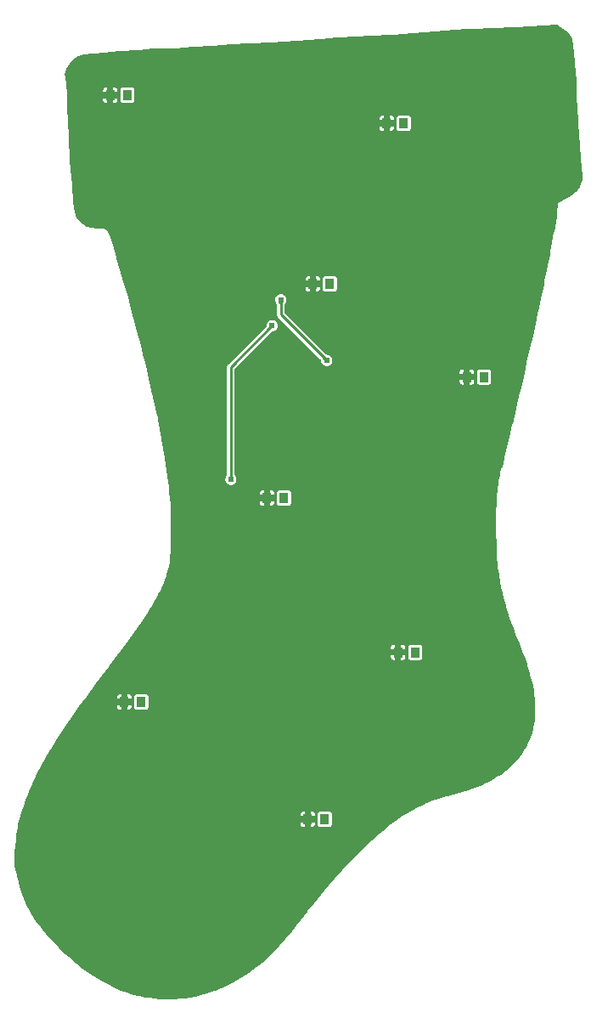
<source format=gtl>
G04 Layer: TopLayer*
G04 EasyEDA v6.4.7, 2020-11-14T12:43:57+01:00*
G04 ca67bbdea9ee427383f7cb57cdafcb35,58a91c2aa3f04fa292fc60144c522205,10*
G04 Gerber Generator version 0.2*
G04 Scale: 100 percent, Rotated: No, Reflected: No *
G04 Dimensions in millimeters *
G04 leading zeros omitted , absolute positions ,3 integer and 3 decimal *
%FSLAX33Y33*%
%MOMM*%
G90*
D02*

%ADD11C,0.259994*%
%ADD12C,0.610006*%
%ADD13R,0.899922X0.999998*%

%LPD*%
G36*
G01X54293Y97399D02*
G01X54289Y97399D01*
G01X53013Y97342D01*
G01X52992Y97341D01*
G01X52991Y97341D01*
G01X51658Y97267D01*
G01X51656Y97267D01*
G01X50240Y97165D01*
G01X50239Y97165D01*
G01X50218Y97163D01*
G01X50214Y97163D01*
G01X49513Y97114D01*
G01X49509Y97114D01*
G01X48564Y97063D01*
G01X48562Y97063D01*
G01X47561Y97018D01*
G01X47559Y97018D01*
G01X46499Y96981D01*
G01X46497Y96981D01*
G01X46460Y96980D01*
G01X46459Y96980D01*
G01X45440Y96942D01*
G01X45438Y96942D01*
G01X44234Y96882D01*
G01X44232Y96882D01*
G01X43161Y96816D01*
G01X43160Y96816D01*
G01X42223Y96745D01*
G01X42221Y96745D01*
G01X42191Y96742D01*
G01X38882Y96455D01*
G01X38859Y96453D01*
G01X38857Y96453D01*
G01X38854Y96452D01*
G01X38855Y96452D01*
G01X38124Y96400D01*
G01X38120Y96400D01*
G01X37258Y96351D01*
G01X37256Y96351D01*
G01X36349Y96309D01*
G01X36346Y96309D01*
G01X35565Y96283D01*
G01X35564Y96283D01*
G01X35533Y96282D01*
G01X34660Y96250D01*
G01X34658Y96250D01*
G01X33795Y96207D01*
G01X33794Y96207D01*
G01X33041Y96160D01*
G01X33039Y96160D01*
G01X32451Y96112D01*
G01X32449Y96112D01*
G01X32403Y96107D01*
G01X32401Y96107D01*
G01X31687Y96044D01*
G01X31686Y96043D01*
G01X31685Y96043D01*
G01X30772Y95971D01*
G01X30771Y95971D01*
G01X30770Y95970D01*
G01X28454Y95804D01*
G01X28452Y95804D01*
G01X25861Y95639D01*
G01X25860Y95639D01*
G01X25859Y95638D01*
G01X23747Y95522D01*
G01X23745Y95522D01*
G01X23713Y95521D01*
G01X23712Y95520D01*
G01X21880Y95420D01*
G01X21879Y95420D01*
G01X20100Y95304D01*
G01X20099Y95303D01*
G01X20017Y95297D01*
G01X20015Y95297D01*
G01X18096Y95163D01*
G01X18093Y95163D01*
G01X16367Y95059D01*
G01X16365Y95059D01*
G01X15745Y95028D01*
G01X15742Y95028D01*
G01X15229Y95009D01*
G01X15222Y95009D01*
G01X14898Y95006D01*
G01X14883Y95006D01*
G01X14813Y95010D01*
G01X14778Y95014D01*
G01X14767Y95016D01*
G01X14751Y95018D01*
G01X14585Y95022D01*
G01X14577Y95022D01*
G01X14115Y94999D01*
G01X14113Y94999D01*
G01X13408Y94949D01*
G01X13407Y94949D01*
G01X12663Y94888D01*
G01X12662Y94888D01*
G01X12629Y94885D01*
G01X12628Y94885D01*
G01X10779Y94728D01*
G01X10778Y94728D01*
G01X9149Y94597D01*
G01X9148Y94597D01*
G01X9085Y94593D01*
G01X9084Y94593D01*
G01X8304Y94530D01*
G01X8303Y94530D01*
G01X7783Y94482D01*
G01X7781Y94482D01*
G01X7408Y94439D01*
G01X7404Y94439D01*
G01X7092Y94391D01*
G01X7086Y94389D01*
G01X6885Y94345D01*
G01X6870Y94341D01*
G01X6630Y94248D01*
G01X6617Y94242D01*
G01X6349Y94094D01*
G01X6334Y94084D01*
G01X6151Y93938D01*
G01X6146Y93933D01*
G01X5982Y93782D01*
G01X5976Y93776D01*
G01X5874Y93665D01*
G01X5871Y93660D01*
G01X5772Y93540D01*
G01X5769Y93535D01*
G01X5661Y93386D01*
G01X5658Y93382D01*
G01X5577Y93254D01*
G01X5573Y93249D01*
G01X5489Y93097D01*
G01X5485Y93091D01*
G01X5414Y92942D01*
G01X5412Y92936D01*
G01X5363Y92814D01*
G01X5361Y92807D01*
G01X5332Y92717D01*
G01X5328Y92694D01*
G01X5309Y92461D01*
G01X5308Y92453D01*
G01X5309Y92448D01*
G01X5321Y92193D01*
G01X5325Y92170D01*
G01X5336Y92132D01*
G01X5341Y92113D01*
G01X5366Y91989D01*
G01X5369Y91973D01*
G01X5411Y91680D01*
G01X5413Y91669D01*
G01X5453Y91272D01*
G01X5453Y91265D01*
G01X5494Y90719D01*
G01X5494Y90714D01*
G01X5529Y90102D01*
G01X5530Y90101D01*
G01X5530Y90099D01*
G01X5562Y89383D01*
G01X5563Y89382D01*
G01X5563Y89380D01*
G01X5624Y87555D01*
G01X5624Y87554D01*
G01X5625Y87517D01*
G01X5656Y86573D01*
G01X5656Y86572D01*
G01X5701Y85531D01*
G01X5701Y85530D01*
G01X5748Y84631D01*
G01X5748Y84629D01*
G01X5793Y83971D01*
G01X5793Y83969D01*
G01X5801Y83864D01*
G01X5801Y83863D01*
G01X6007Y81424D01*
G01X6007Y81422D01*
G01X6162Y79809D01*
G01X6162Y79807D01*
G01X6227Y79222D01*
G01X6228Y79220D01*
G01X6285Y78782D01*
G01X6286Y78776D01*
G01X6352Y78410D01*
G01X6354Y78402D01*
G01X6366Y78357D01*
G01X6372Y78341D01*
G01X6380Y78327D01*
G01X6580Y78030D01*
G01X6589Y78019D01*
G01X6754Y77835D01*
G01X6760Y77829D01*
G01X6948Y77651D01*
G01X6954Y77645D01*
G01X7139Y77498D01*
G01X7152Y77489D01*
G01X7506Y77286D01*
G01X7522Y77279D01*
G01X7698Y77213D01*
G01X7706Y77211D01*
G01X7797Y77185D01*
G01X7802Y77184D01*
G01X7918Y77158D01*
G01X7926Y77157D01*
G01X8152Y77125D01*
G01X8161Y77124D01*
G01X8435Y77108D01*
G01X8441Y77107D01*
G01X8442Y77107D01*
G01X8754Y77110D01*
G01X8756Y77110D01*
G01X9020Y77118D01*
G01X9027Y77118D01*
G01X9056Y77116D01*
G01X9135Y77107D01*
G01X9177Y77099D01*
G01X9237Y77082D01*
G01X9263Y77073D01*
G01X9288Y77061D01*
G01X9354Y77025D01*
G01X9378Y77010D01*
G01X9400Y76993D01*
G01X9452Y76948D01*
G01X9470Y76932D01*
G01X9485Y76914D01*
G01X9546Y76837D01*
G01X9565Y76809D01*
G01X9616Y76724D01*
G01X9627Y76704D01*
G01X9690Y76573D01*
G01X9696Y76559D01*
G01X9752Y76423D01*
G01X9756Y76410D01*
G01X9895Y76012D01*
G01X9898Y76004D01*
G01X10070Y75450D01*
G01X10071Y75448D01*
G01X10070Y75448D01*
G01X10071Y75447D01*
G01X10436Y74223D01*
G01X10464Y74130D01*
G01X10464Y74129D01*
G01X11064Y72111D01*
G01X11064Y72109D01*
G01X11370Y71057D01*
G01X11370Y71056D01*
G01X11371Y71053D01*
G01X11597Y70237D01*
G01X11598Y70236D01*
G01X11598Y70234D01*
G01X11896Y69112D01*
G01X11899Y69102D01*
G01X11899Y69101D01*
G01X12338Y67492D01*
G01X12339Y67491D01*
G01X12343Y67477D01*
G01X12343Y67475D01*
G01X12344Y67473D01*
G01X12343Y67474D01*
G01X12584Y66576D01*
G01X12584Y66574D01*
G01X12585Y66572D01*
G01X12791Y65745D01*
G01X12791Y65742D01*
G01X12794Y65730D01*
G01X12794Y65729D01*
G01X12963Y65042D01*
G01X12964Y65038D01*
G01X12963Y65040D01*
G01X13100Y64536D01*
G01X13100Y64534D01*
G01X13103Y64525D01*
G01X13157Y64325D01*
G01X13159Y64319D01*
G01X13231Y64017D01*
G01X13233Y64010D01*
G01X13372Y63359D01*
G01X13372Y63356D01*
G01X13373Y63354D01*
G01X13378Y63329D01*
G01X13378Y63327D01*
G01X13534Y62572D01*
G01X13534Y62570D01*
G01X13711Y61779D01*
G01X13711Y61777D01*
G01X13909Y60947D01*
G01X13909Y60945D01*
G01X14076Y60298D01*
G01X14076Y60297D01*
G01X14084Y60270D01*
G01X14084Y60268D01*
G01X14085Y60265D01*
G01X14276Y59525D01*
G01X14277Y59519D01*
G01X14439Y58826D01*
G01X14440Y58819D01*
G01X14572Y58176D01*
G01X14574Y58169D01*
G01X14624Y57886D01*
G01X14625Y57879D01*
G01X14658Y57659D01*
G01X14658Y57656D01*
G01X14659Y57650D01*
G01X14659Y57648D01*
G01X14753Y57022D01*
G01X14753Y57020D01*
G01X14889Y56216D01*
G01X14889Y56215D01*
G01X14915Y56066D01*
G01X14915Y56065D01*
G01X15241Y54208D01*
G01X15241Y54206D01*
G01X15452Y52935D01*
G01X15452Y52932D01*
G01X15453Y52930D01*
G01X15610Y51872D01*
G01X15610Y51870D01*
G01X15611Y51867D01*
G01X15672Y51394D01*
G01X15672Y51392D01*
G01X15673Y51389D01*
G01X15672Y51390D01*
G01X15724Y50941D01*
G01X15724Y50934D01*
G01X15795Y50140D01*
G01X15795Y50133D01*
G01X15823Y49698D01*
G01X15823Y49694D01*
G01X15845Y49246D01*
G01X15845Y49241D01*
G01X15874Y48264D01*
G01X15874Y48260D01*
G01X15893Y46897D01*
G01X15893Y46895D01*
G01X15894Y46839D01*
G01X15894Y46130D01*
G01X15880Y45487D01*
G01X15880Y45480D01*
G01X15849Y44886D01*
G01X15849Y44877D01*
G01X15804Y44366D01*
G01X15803Y44355D01*
G01X15742Y43873D01*
G01X15740Y43861D01*
G01X15659Y43400D01*
G01X15656Y43387D01*
G01X15554Y42943D01*
G01X15551Y42929D01*
G01X15427Y42494D01*
G01X15424Y42487D01*
G01X15415Y42459D01*
G01X15414Y42453D01*
G01X15297Y42111D01*
G01X15293Y42101D01*
G01X15160Y41758D01*
G01X15157Y41749D01*
G01X15020Y41430D01*
G01X15016Y41422D01*
G01X14835Y41036D01*
G01X14832Y41029D01*
G01X14629Y40631D01*
G01X14626Y40625D01*
G01X14418Y40242D01*
G01X14417Y40239D01*
G01X14415Y40237D01*
G01X14167Y39802D01*
G01X14165Y39798D01*
G01X13892Y39339D01*
G01X13892Y39338D01*
G01X13891Y39338D01*
G01X13891Y39337D01*
G01X13867Y39298D01*
G01X13867Y39296D01*
G01X13866Y39295D01*
G01X13866Y39296D01*
G01X13556Y38795D01*
G01X13554Y38791D01*
G01X13250Y38322D01*
G01X13249Y38320D01*
G01X13247Y38317D01*
G01X13247Y38318D01*
G01X12906Y37813D01*
G01X12904Y37811D01*
G01X12903Y37809D01*
G01X12503Y37239D01*
G01X12501Y37237D01*
G01X12021Y36573D01*
G01X12019Y36571D01*
G01X11385Y35712D01*
G01X11384Y35711D01*
G01X11384Y35710D01*
G01X9737Y33516D01*
G01X9637Y33383D01*
G01X9636Y33383D01*
G01X8446Y31799D01*
G01X8445Y31798D01*
G01X7446Y30453D01*
G01X7445Y30452D01*
G01X6725Y29466D01*
G01X6724Y29466D01*
G01X6046Y28517D01*
G01X6046Y28515D01*
G01X5456Y27664D01*
G01X5455Y27662D01*
G01X4928Y26873D01*
G01X4927Y26871D01*
G01X4438Y26108D01*
G01X4437Y26106D01*
G01X3880Y25199D01*
G01X3880Y25198D01*
G01X3841Y25134D01*
G01X3840Y25132D01*
G01X3333Y24264D01*
G01X3332Y24262D01*
G01X2903Y23483D01*
G01X2902Y23481D01*
G01X2508Y22723D01*
G01X2507Y22721D01*
G01X2295Y22290D01*
G01X2294Y22288D01*
G01X2295Y22289D01*
G01X2123Y21926D01*
G01X2123Y21925D01*
G01X1961Y21569D01*
G01X1960Y21567D01*
G01X1784Y21162D01*
G01X1783Y21159D01*
G01X1511Y20482D01*
G01X1510Y20479D01*
G01X1390Y20154D01*
G01X1389Y20152D01*
G01X1278Y19834D01*
G01X1278Y19832D01*
G01X1178Y19522D01*
G01X1177Y19520D01*
G01X1082Y19203D01*
G01X899Y18584D01*
G01X899Y18581D01*
G01X898Y18579D01*
G01X717Y18000D01*
G01X716Y17996D01*
G01X652Y17758D01*
G01X651Y17752D01*
G01X585Y17422D01*
G01X526Y17030D01*
G01X525Y17025D01*
G01X486Y16644D01*
G01X486Y16643D01*
G01X443Y16233D01*
G01X442Y16227D01*
G01X344Y15474D01*
G01X343Y15472D01*
G01X296Y15055D01*
G01X296Y15051D01*
G01X264Y14630D01*
G01X264Y14624D01*
G01X256Y14273D01*
G01X256Y14268D01*
G01X261Y14073D01*
G01X261Y14069D01*
G01X272Y13869D01*
G01X273Y13865D01*
G01X292Y13661D01*
G01X293Y13657D01*
G01X315Y13493D01*
G01X315Y13490D01*
G01X351Y13282D01*
G01X352Y13276D01*
G01X446Y12878D01*
G01X447Y12873D01*
G01X501Y12691D01*
G01X505Y12676D01*
G01X526Y12587D01*
G01X526Y12586D01*
G01X678Y11973D01*
G01X679Y11970D01*
G01X817Y11476D01*
G01X818Y11473D01*
G01X965Y11002D01*
G01X967Y10998D01*
G01X1125Y10549D01*
G01X1127Y10545D01*
G01X1298Y10113D01*
G01X1299Y10109D01*
G01X1485Y9691D01*
G01X1486Y9687D01*
G01X1687Y9281D01*
G01X1689Y9278D01*
G01X1908Y8880D01*
G01X1910Y8877D01*
G01X2147Y8485D01*
G01X2150Y8481D01*
G01X2408Y8092D01*
G01X2410Y8089D01*
G01X2691Y7700D01*
G01X2694Y7697D01*
G01X3054Y7238D01*
G01X3056Y7235D01*
G01X3392Y6836D01*
G01X3395Y6833D01*
G01X3759Y6425D01*
G01X3761Y6423D01*
G01X4156Y6003D01*
G01X4158Y6001D01*
G01X4660Y5491D01*
G01X4685Y5466D01*
G01X4685Y5467D01*
G01X5037Y5124D01*
G01X5039Y5123D01*
G01X5038Y5123D01*
G01X5381Y4801D01*
G01X5382Y4800D01*
G01X5734Y4479D01*
G01X5735Y4478D01*
G01X6114Y4142D01*
G01X6115Y4141D01*
G01X6479Y3828D01*
G01X6480Y3827D01*
G01X6792Y3568D01*
G01X6793Y3567D01*
G01X7070Y3348D01*
G01X7073Y3345D01*
G01X7073Y3346D01*
G01X7335Y3152D01*
G01X7339Y3149D01*
G01X7780Y2856D01*
G01X7782Y2855D01*
G01X8269Y2554D01*
G01X8271Y2553D01*
G01X8905Y2181D01*
G01X8907Y2180D01*
G01X9554Y1818D01*
G01X9556Y1817D01*
G01X10207Y1472D01*
G01X10211Y1470D01*
G01X10210Y1471D01*
G01X10683Y1237D01*
G01X10687Y1235D01*
G01X10864Y1155D01*
G01X10873Y1151D01*
G01X11205Y1039D01*
G01X11220Y1035D01*
G01X11287Y1023D01*
G01X11317Y1016D01*
G01X11484Y965D01*
G01X11498Y960D01*
G01X11697Y887D01*
G01X11708Y883D01*
G01X11911Y798D01*
G01X11918Y795D01*
G01X12209Y697D01*
G01X12217Y695D01*
G01X12636Y592D01*
G01X12640Y591D01*
G01X13139Y494D01*
G01X13143Y493D01*
G01X13641Y418D01*
G01X13645Y417D01*
G01X13643Y417D01*
G01X13687Y412D01*
G01X13688Y411D01*
G01X14314Y336D01*
G01X14316Y336D01*
G01X14732Y295D01*
G01X14736Y294D01*
G01X15138Y267D01*
G01X15143Y267D01*
G01X15516Y256D01*
G01X15520Y256D01*
G01X15889Y263D01*
G01X15894Y263D01*
G01X16284Y287D01*
G01X16288Y288D01*
G01X16724Y329D01*
G01X16728Y330D01*
G01X16726Y329D01*
G01X17323Y400D01*
G01X17328Y401D01*
G01X17326Y400D01*
G01X17804Y470D01*
G01X17807Y471D01*
G01X18212Y545D01*
G01X18215Y545D01*
G01X18618Y633D01*
G01X18621Y634D01*
G01X19091Y754D01*
G01X19094Y755D01*
G01X19494Y872D01*
G01X19498Y874D01*
G01X19497Y873D01*
G01X19897Y1005D01*
G01X19901Y1007D01*
G01X19900Y1006D01*
G01X20299Y1153D01*
G01X20304Y1154D01*
G01X20302Y1154D01*
G01X20702Y1315D01*
G01X20706Y1317D01*
G01X20705Y1316D01*
G01X21104Y1491D01*
G01X21109Y1493D01*
G01X21107Y1493D01*
G01X21576Y1717D01*
G01X21580Y1719D01*
G01X21579Y1718D01*
G01X21981Y1926D01*
G01X21985Y1929D01*
G01X22387Y2151D01*
G01X22391Y2153D01*
G01X22390Y2153D01*
G01X22796Y2392D01*
G01X22798Y2393D01*
G01X23206Y2648D01*
G01X23208Y2649D01*
G01X23619Y2919D01*
G01X23623Y2922D01*
G01X23621Y2921D01*
G01X24105Y3257D01*
G01X24108Y3260D01*
G01X24107Y3258D01*
G01X24411Y3481D01*
G01X24415Y3484D01*
G01X24413Y3483D01*
G01X24667Y3677D01*
G01X24669Y3679D01*
G01X24959Y3914D01*
G01X24962Y3917D01*
G01X24961Y3915D01*
G01X25206Y4124D01*
G01X25209Y4127D01*
G01X25208Y4125D01*
G01X25452Y4343D01*
G01X25454Y4345D01*
G01X25698Y4574D01*
G01X25702Y4577D01*
G01X25947Y4817D01*
G01X25949Y4819D01*
G01X26200Y5075D01*
G01X26201Y5077D01*
G01X26458Y5349D01*
G01X26459Y5351D01*
G01X26722Y5640D01*
G01X26725Y5644D01*
G01X26724Y5642D01*
G01X27281Y6286D01*
G01X27283Y6288D01*
G01X27940Y7089D01*
G01X27941Y7091D01*
G01X28672Y8018D01*
G01X28672Y8019D01*
G01X28787Y8167D01*
G01X28789Y8169D01*
G01X28788Y8169D01*
G01X29477Y9045D01*
G01X29479Y9047D01*
G01X30154Y9889D01*
G01X30156Y9891D01*
G01X30818Y10697D01*
G01X30819Y10698D01*
G01X30820Y10700D01*
G01X31576Y11596D01*
G01X31577Y11598D01*
G01X31578Y11599D01*
G01X32213Y12330D01*
G01X32214Y12331D01*
G01X32214Y12332D01*
G01X32215Y12333D01*
G01X32940Y13143D01*
G01X32941Y13145D01*
G01X32943Y13146D01*
G01X33551Y13803D01*
G01X33552Y13805D01*
G01X33554Y13807D01*
G01X33554Y13806D01*
G01X34150Y14430D01*
G01X34154Y14434D01*
G01X34153Y14434D01*
G01X34738Y15024D01*
G01X34742Y15028D01*
G01X35316Y15585D01*
G01X35317Y15587D01*
G01X35318Y15587D01*
G01X35320Y15589D01*
G01X35319Y15589D01*
G01X35882Y16114D01*
G01X35886Y16117D01*
G01X35887Y16118D01*
G01X36439Y16610D01*
G01X36443Y16613D01*
G01X36446Y16616D01*
G01X36444Y16615D01*
G01X36986Y17075D01*
G01X36989Y17078D01*
G01X36993Y17081D01*
G01X37523Y17508D01*
G01X37529Y17513D01*
G01X38052Y17910D01*
G01X38059Y17915D01*
G01X38656Y18339D01*
G01X38659Y18341D01*
G01X38661Y18342D01*
G01X38707Y18374D01*
G01X38709Y18375D01*
G01X38710Y18376D01*
G01X38991Y18562D01*
G01X38993Y18563D01*
G01X38995Y18565D01*
G01X39325Y18773D01*
G01X39332Y18777D01*
G01X39900Y19113D01*
G01X39908Y19118D01*
G01X40477Y19424D01*
G01X40487Y19428D01*
G01X41053Y19703D01*
G01X41061Y19707D01*
G01X41342Y19833D01*
G01X41348Y19835D01*
G01X41628Y19952D01*
G01X41633Y19954D01*
G01X41911Y20063D01*
G01X41918Y20066D01*
G01X42239Y20182D01*
G01X42245Y20184D01*
G01X42518Y20274D01*
G01X42524Y20276D01*
G01X42794Y20358D01*
G01X42801Y20360D01*
G01X43066Y20432D01*
G01X43074Y20434D01*
G01X43379Y20506D01*
G01X43381Y20507D01*
G01X43383Y20507D01*
G01X43478Y20528D01*
G01X43479Y20528D01*
G01X44043Y20662D01*
G01X44047Y20663D01*
G01X44046Y20662D01*
G01X44678Y20831D01*
G01X44682Y20832D01*
G01X44681Y20832D01*
G01X45200Y20987D01*
G01X45204Y20989D01*
G01X45203Y20988D01*
G01X45704Y21155D01*
G01X45708Y21156D01*
G01X45707Y21156D01*
G01X46188Y21332D01*
G01X46192Y21334D01*
G01X46731Y21554D01*
G01X46734Y21556D01*
G01X47175Y21756D01*
G01X47179Y21757D01*
G01X47605Y21970D01*
G01X48010Y22192D01*
G01X48013Y22194D01*
G01X48400Y22427D01*
G01X48404Y22429D01*
G01X48773Y22673D01*
G01X48776Y22675D01*
G01X49128Y22929D01*
G01X49132Y22932D01*
G01X49522Y23244D01*
G01X49526Y23247D01*
G01X49840Y23526D01*
G01X49844Y23529D01*
G01X50142Y23819D01*
G01X50146Y23823D01*
G01X50434Y24131D01*
G01X50438Y24136D01*
G01X50666Y24414D01*
G01X50670Y24419D01*
G01X50889Y24726D01*
G01X50892Y24730D01*
G01X51108Y25067D01*
G01X51111Y25071D01*
G01X51332Y25454D01*
G01X51334Y25458D01*
G01X51531Y25841D01*
G01X51534Y25846D01*
G01X51696Y26208D01*
G01X51699Y26216D01*
G01X51838Y26611D01*
G01X51841Y26618D01*
G01X51891Y26801D01*
G01X51892Y26805D01*
G01X51992Y27245D01*
G01X51993Y27248D01*
G01X51993Y27250D01*
G01X52115Y27743D01*
G01X52117Y27752D01*
G01X52161Y28032D01*
G01X52162Y28041D01*
G01X52185Y28422D01*
G01X52185Y28427D01*
G01X52192Y28941D01*
G01X52192Y28945D01*
G01X52180Y29515D01*
G01X52180Y29519D01*
G01X52147Y30147D01*
G01X52147Y30151D01*
G01X52104Y30658D01*
G01X52103Y30662D01*
G01X52054Y31069D01*
G01X52053Y31075D01*
G01X51976Y31486D01*
G01X51975Y31491D01*
G01X51824Y32126D01*
G01X51823Y32128D01*
G01X51685Y32667D01*
G01X51685Y32669D01*
G01X51544Y33174D01*
G01X51543Y33177D01*
G01X51394Y33664D01*
G01X51393Y33668D01*
G01X51216Y34196D01*
G01X51215Y34200D01*
G01X51033Y34704D01*
G01X51032Y34706D01*
G01X50824Y35247D01*
G01X50823Y35249D01*
G01X50824Y35249D01*
G01X50564Y35894D01*
G01X50546Y35938D01*
G01X50545Y35939D01*
G01X50350Y36424D01*
G01X50349Y36425D01*
G01X50349Y36426D01*
G01X50348Y36428D01*
G01X50349Y36427D01*
G01X50132Y36984D01*
G01X50132Y36986D01*
G01X50131Y36988D01*
G01X49960Y37446D01*
G01X49959Y37447D01*
G01X49958Y37449D01*
G01X49755Y38018D01*
G01X49754Y38019D01*
G01X49754Y38020D01*
G01X49753Y38021D01*
G01X49592Y38496D01*
G01X49591Y38498D01*
G01X49591Y38500D01*
G01X49429Y39003D01*
G01X49428Y39006D01*
G01X49427Y39008D01*
G01X49267Y39538D01*
G01X49266Y39540D01*
G01X49266Y39542D01*
G01X49150Y39951D01*
G01X49150Y39953D01*
G01X49141Y39984D01*
G01X49141Y39987D01*
G01X48970Y40631D01*
G01X48968Y40639D01*
G01X48836Y41212D01*
G01X48834Y41222D01*
G01X48699Y41935D01*
G01X48698Y41938D01*
G01X48698Y41940D01*
G01X48514Y43022D01*
G01X48514Y43024D01*
G01X48512Y43038D01*
G01X48511Y43047D01*
G01X48486Y43245D01*
G01X48485Y43253D01*
G01X48457Y43557D01*
G01X48456Y43564D01*
G01X48398Y44474D01*
G01X48398Y44479D01*
G01X48349Y45576D01*
G01X48349Y45580D01*
G01X48314Y46769D01*
G01X48314Y46772D01*
G01X48313Y46862D01*
G01X48312Y46863D01*
G01X48312Y46864D01*
G01X48300Y47891D01*
G01X48300Y47896D01*
G01X48309Y48904D01*
G01X48309Y48910D01*
G01X48338Y49752D01*
G01X48338Y49760D01*
G01X48387Y50523D01*
G01X48387Y50530D01*
G01X48420Y50885D01*
G01X48420Y50890D01*
G01X48458Y51228D01*
G01X48459Y51234D01*
G01X48510Y51608D01*
G01X48511Y51615D01*
G01X48560Y51919D01*
G01X48561Y51925D01*
G01X48616Y52216D01*
G01X48618Y52223D01*
G01X48678Y52500D01*
G01X48680Y52507D01*
G01X48746Y52771D01*
G01X48749Y52780D01*
G01X48833Y53073D01*
G01X48833Y53074D01*
G01X48921Y53388D01*
G01X48922Y53391D01*
G01X49013Y53748D01*
G01X49013Y53749D01*
G01X49122Y54204D01*
G01X49122Y54205D01*
G01X49219Y54642D01*
G01X49219Y54643D01*
G01X49439Y55616D01*
G01X49439Y55618D01*
G01X49440Y55620D01*
G01X49688Y56639D01*
G01X49689Y56640D01*
G01X49689Y56642D01*
G01X49699Y56679D01*
G01X49699Y56680D01*
G01X49935Y57615D01*
G01X49936Y57616D01*
G01X50206Y58715D01*
G01X50207Y58716D01*
G01X50206Y58716D01*
G01X50425Y59628D01*
G01X50425Y59629D01*
G01X50588Y60345D01*
G01X50588Y60346D01*
G01X50589Y60352D01*
G01X50590Y60354D01*
G01X50590Y60356D01*
G01X50720Y60920D01*
G01X50721Y60923D01*
G01X50720Y60922D01*
G01X50721Y60925D01*
G01X50880Y61569D01*
G01X50880Y61570D01*
G01X50881Y61571D01*
G01X50883Y61580D01*
G01X50883Y61582D01*
G01X51046Y62261D01*
G01X51047Y62263D01*
G01X51223Y63068D01*
G01X51223Y63069D01*
G01X51227Y63089D01*
G01X51227Y63091D01*
G01X51367Y63741D01*
G01X51367Y63744D01*
G01X51530Y64460D01*
G01X51530Y64462D01*
G01X51531Y64464D01*
G01X51530Y64463D01*
G01X52070Y66728D01*
G01X52070Y66729D01*
G01X52071Y66731D01*
G01X52072Y66738D01*
G01X52073Y66741D01*
G01X52256Y67572D01*
G01X52256Y67575D01*
G01X52463Y68630D01*
G01X52464Y68632D01*
G01X52467Y68648D01*
G01X52467Y68649D01*
G01X52468Y68652D01*
G01X52467Y68651D01*
G01X52565Y69158D01*
G01X52566Y69160D01*
G01X52566Y69161D01*
G01X52669Y69658D01*
G01X52669Y69660D01*
G01X52670Y69663D01*
G01X52770Y70115D01*
G01X52771Y70120D01*
G01X52863Y70499D01*
G01X52938Y70806D01*
G01X52939Y70810D01*
G01X53014Y71155D01*
G01X53015Y71157D01*
G01X53086Y71521D01*
G01X53087Y71526D01*
G01X53147Y71884D01*
G01X53203Y72217D01*
G01X53204Y72223D01*
G01X53279Y72608D01*
G01X53279Y72610D01*
G01X53280Y72613D01*
G01X53353Y72956D01*
G01X53354Y72961D01*
G01X53443Y73338D01*
G01X53443Y73339D01*
G01X53534Y73732D01*
G01X53535Y73737D01*
G01X53534Y73735D01*
G01X53612Y74115D01*
G01X53612Y74117D01*
G01X53676Y74462D01*
G01X53677Y74467D01*
G01X53676Y74465D01*
G01X53735Y74840D01*
G01X53799Y75246D01*
G01X53800Y75249D01*
G01X53800Y75251D01*
G01X53886Y75741D01*
G01X53887Y75743D01*
G01X53887Y75745D01*
G01X54081Y76729D01*
G01X54081Y76731D01*
G01X54082Y76734D01*
G01X54081Y76732D01*
G01X54085Y76749D01*
G01X54085Y76750D01*
G01X54180Y77233D01*
G01X54181Y77235D01*
G01X54278Y77790D01*
G01X54278Y77792D01*
G01X54354Y78290D01*
G01X54355Y78294D01*
G01X54354Y78293D01*
G01X54402Y78680D01*
G01X54403Y78685D01*
G01X54402Y78683D01*
G01X54485Y79510D01*
G01X54488Y79533D01*
G01X54494Y79556D01*
G01X54501Y79578D01*
G01X54511Y79599D01*
G01X54522Y79620D01*
G01X54535Y79639D01*
G01X54550Y79657D01*
G01X54567Y79674D01*
G01X54585Y79689D01*
G01X54604Y79702D01*
G01X54624Y79713D01*
G01X55251Y80030D01*
G01X55255Y80032D01*
G01X55254Y80031D01*
G01X55536Y80186D01*
G01X55542Y80189D01*
G01X55776Y80338D01*
G01X55781Y80342D01*
G01X55994Y80499D01*
G01X56000Y80504D01*
G01X56207Y80683D01*
G01X56213Y80689D01*
G01X56382Y80861D01*
G01X56386Y80866D01*
G01X56452Y80943D01*
G01X56459Y80951D01*
G01X56642Y81213D01*
G01X56648Y81222D01*
G01X56774Y81452D01*
G01X56780Y81466D01*
G01X56867Y81707D01*
G01X56871Y81723D01*
G01X56913Y81942D01*
G01X56914Y81960D01*
G01X56917Y82193D01*
G01X56917Y82198D01*
G01X56904Y82527D01*
G01X56904Y82530D01*
G01X56866Y83092D01*
G01X56866Y83093D01*
G01X56678Y85321D01*
G01X56671Y85407D01*
G01X56671Y85408D01*
G01X56670Y85409D01*
G01X56499Y87547D01*
G01X56499Y87549D01*
G01X56498Y87552D01*
G01X56381Y89286D01*
G01X56381Y89289D01*
G01X56345Y89951D01*
G01X56345Y89954D01*
G01X56324Y90476D01*
G01X56324Y90483D01*
G01X56319Y90842D01*
G01X56319Y90855D01*
G01X56323Y90967D01*
G01X56325Y90992D01*
G01X56331Y91033D01*
G01X56332Y91046D01*
G01X56335Y91305D01*
G01X56335Y91311D01*
G01X56308Y91858D01*
G01X56308Y91860D01*
G01X56254Y92656D01*
G01X56253Y92659D01*
G01X56254Y92658D01*
G01X56182Y93556D01*
G01X56182Y93557D01*
G01X56175Y93638D01*
G01X56175Y93639D01*
G01X56083Y94638D01*
G01X56083Y94641D01*
G01X56007Y95286D01*
G01X56007Y95290D01*
G01X55967Y95545D01*
G01X55966Y95549D01*
G01X55931Y95731D01*
G01X55930Y95736D01*
G01X55884Y95924D01*
G01X55882Y95931D01*
G01X55832Y96086D01*
G01X55829Y96094D01*
G01X55786Y96199D01*
G01X55782Y96207D01*
G01X55724Y96317D01*
G01X55719Y96327D01*
G01X55655Y96421D01*
G01X55648Y96430D01*
G01X55573Y96518D01*
G01X55566Y96525D01*
G01X55480Y96608D01*
G01X55471Y96615D01*
G01X55268Y96771D01*
G01X55264Y96773D01*
G01X54968Y96978D01*
G01X54966Y96980D01*
G01X54349Y97383D01*
G01X54336Y97390D01*
G01X54322Y97395D01*
G01X54308Y97398D01*
G01X54293Y97399D01*
G37*
G36*
G01X38710Y18375D02*
G01X38709Y18375D01*
G01X38708Y18374D01*
G01X38710Y18375D01*
G37*

%LPC*%
G36*
G01X26007Y67955D02*
G01X25974Y67956D01*
G01X25939Y67955D01*
G01X25905Y67952D01*
G01X25871Y67947D01*
G01X25838Y67940D01*
G01X25804Y67930D01*
G01X25772Y67919D01*
G01X25740Y67906D01*
G01X25710Y67890D01*
G01X25680Y67873D01*
G01X25651Y67855D01*
G01X25624Y67834D01*
G01X25597Y67812D01*
G01X25573Y67788D01*
G01X25549Y67763D01*
G01X25528Y67736D01*
G01X25508Y67708D01*
G01X25489Y67679D01*
G01X25473Y67649D01*
G01X25458Y67618D01*
G01X25446Y67586D01*
G01X25435Y67553D01*
G01X25426Y67520D01*
G01X25420Y67487D01*
G01X25415Y67452D01*
G01X25412Y67418D01*
G01X25411Y67403D01*
G01X25407Y67389D01*
G01X25401Y67375D01*
G01X25393Y67362D01*
G01X25383Y67351D01*
G01X21583Y63548D01*
G01X21562Y63526D01*
G01X21543Y63502D01*
G01X21527Y63477D01*
G01X21512Y63450D01*
G01X21499Y63423D01*
G01X21489Y63394D01*
G01X21480Y63365D01*
G01X21474Y63335D01*
G01X21471Y63305D01*
G01X21470Y63275D01*
G01X21470Y52528D01*
G01X21469Y52512D01*
G01X21465Y52498D01*
G01X21460Y52484D01*
G01X21452Y52471D01*
G01X21443Y52459D01*
G01X21420Y52432D01*
G01X21399Y52405D01*
G01X21380Y52376D01*
G01X21362Y52346D01*
G01X21347Y52315D01*
G01X21333Y52283D01*
G01X21321Y52250D01*
G01X21312Y52216D01*
G01X21304Y52182D01*
G01X21299Y52148D01*
G01X21296Y52113D01*
G01X21295Y52079D01*
G01X21296Y52045D01*
G01X21299Y52011D01*
G01X21304Y51977D01*
G01X21311Y51944D01*
G01X21320Y51912D01*
G01X21331Y51880D01*
G01X21344Y51848D01*
G01X21359Y51818D01*
G01X21376Y51788D01*
G01X21394Y51760D01*
G01X21414Y51732D01*
G01X21436Y51706D01*
G01X21459Y51682D01*
G01X21484Y51658D01*
G01X21510Y51637D01*
G01X21537Y51617D01*
G01X21566Y51598D01*
G01X21595Y51581D01*
G01X21626Y51567D01*
G01X21657Y51554D01*
G01X21689Y51543D01*
G01X21722Y51533D01*
G01X21755Y51526D01*
G01X21789Y51521D01*
G01X21822Y51518D01*
G01X21856Y51517D01*
G01X21890Y51518D01*
G01X21924Y51521D01*
G01X21957Y51526D01*
G01X21991Y51533D01*
G01X22023Y51543D01*
G01X22055Y51554D01*
G01X22087Y51567D01*
G01X22117Y51581D01*
G01X22147Y51598D01*
G01X22175Y51617D01*
G01X22203Y51637D01*
G01X22229Y51658D01*
G01X22277Y51706D01*
G01X22298Y51732D01*
G01X22318Y51760D01*
G01X22337Y51788D01*
G01X22353Y51818D01*
G01X22368Y51848D01*
G01X22381Y51880D01*
G01X22392Y51912D01*
G01X22401Y51944D01*
G01X22409Y51977D01*
G01X22414Y52011D01*
G01X22417Y52045D01*
G01X22418Y52079D01*
G01X22417Y52113D01*
G01X22413Y52148D01*
G01X22408Y52182D01*
G01X22401Y52216D01*
G01X22391Y52250D01*
G01X22379Y52283D01*
G01X22366Y52315D01*
G01X22350Y52346D01*
G01X22333Y52376D01*
G01X22313Y52405D01*
G01X22292Y52432D01*
G01X22270Y52459D01*
G01X22260Y52471D01*
G01X22253Y52484D01*
G01X22247Y52498D01*
G01X22244Y52512D01*
G01X22243Y52528D01*
G01X22243Y63073D01*
G01X22244Y63089D01*
G01X22248Y63104D01*
G01X22254Y63119D01*
G01X22262Y63133D01*
G01X22272Y63145D01*
G01X25930Y66804D01*
G01X25941Y66814D01*
G01X25954Y66822D01*
G01X25968Y66828D01*
G01X25982Y66832D01*
G01X25997Y66834D01*
G01X26031Y66836D01*
G01X26065Y66841D01*
G01X26099Y66848D01*
G01X26132Y66856D01*
G01X26165Y66867D01*
G01X26197Y66880D01*
G01X26228Y66894D01*
G01X26258Y66911D01*
G01X26287Y66929D01*
G01X26315Y66949D01*
G01X26342Y66971D01*
G01X26367Y66994D01*
G01X26391Y67019D01*
G01X26413Y67045D01*
G01X26433Y67073D01*
G01X26452Y67101D01*
G01X26469Y67131D01*
G01X26484Y67162D01*
G01X26498Y67193D01*
G01X26509Y67226D01*
G01X26518Y67259D01*
G01X26526Y67292D01*
G01X26531Y67326D01*
G01X26534Y67361D01*
G01X26535Y67395D01*
G01X26534Y67429D01*
G01X26531Y67463D01*
G01X26526Y67496D01*
G01X26519Y67529D01*
G01X26510Y67562D01*
G01X26499Y67594D01*
G01X26486Y67625D01*
G01X26471Y67656D01*
G01X26454Y67685D01*
G01X26436Y67714D01*
G01X26416Y67741D01*
G01X26394Y67767D01*
G01X26371Y67792D01*
G01X26346Y67815D01*
G01X26320Y67837D01*
G01X26293Y67857D01*
G01X26264Y67875D01*
G01X26234Y67892D01*
G01X26204Y67907D01*
G01X26173Y67920D01*
G01X26141Y67931D01*
G01X26108Y67940D01*
G01X26075Y67947D01*
G01X26041Y67952D01*
G01X26007Y67955D01*
G37*
G36*
G01X26871Y70540D02*
G01X26837Y70541D01*
G01X26803Y70540D01*
G01X26770Y70537D01*
G01X26736Y70532D01*
G01X26703Y70525D01*
G01X26670Y70516D01*
G01X26638Y70505D01*
G01X26607Y70492D01*
G01X26576Y70477D01*
G01X26547Y70461D01*
G01X26518Y70442D01*
G01X26491Y70422D01*
G01X26465Y70400D01*
G01X26440Y70377D01*
G01X26417Y70352D01*
G01X26395Y70326D01*
G01X26375Y70299D01*
G01X26357Y70270D01*
G01X26340Y70241D01*
G01X26325Y70210D01*
G01X26312Y70179D01*
G01X26301Y70147D01*
G01X26292Y70114D01*
G01X26285Y70081D01*
G01X26280Y70048D01*
G01X26277Y70014D01*
G01X26276Y69980D01*
G01X26277Y69945D01*
G01X26280Y69909D01*
G01X26286Y69875D01*
G01X26293Y69840D01*
G01X26303Y69806D01*
G01X26315Y69773D01*
G01X26329Y69741D01*
G01X26345Y69709D01*
G01X26363Y69679D01*
G01X26383Y69649D01*
G01X26393Y69632D01*
G01X26441Y69529D01*
G01X26446Y69515D01*
G01X26450Y69501D01*
G01X26451Y69486D01*
G01X26451Y68512D01*
G01X26452Y68482D01*
G01X26455Y68452D01*
G01X26461Y68422D01*
G01X26470Y68393D01*
G01X26480Y68365D01*
G01X26493Y68337D01*
G01X26508Y68311D01*
G01X26524Y68285D01*
G01X26543Y68261D01*
G01X26564Y68239D01*
G01X30784Y64019D01*
G01X30794Y64008D01*
G01X30801Y63996D01*
G01X30807Y63982D01*
G01X30847Y63875D01*
G01X30852Y63856D01*
G01X30858Y63822D01*
G01X30867Y63788D01*
G01X30877Y63755D01*
G01X30890Y63723D01*
G01X30904Y63692D01*
G01X30921Y63662D01*
G01X30939Y63632D01*
G01X30959Y63604D01*
G01X30981Y63577D01*
G01X31004Y63552D01*
G01X31029Y63528D01*
G01X31055Y63505D01*
G01X31083Y63484D01*
G01X31111Y63465D01*
G01X31141Y63448D01*
G01X31172Y63433D01*
G01X31204Y63419D01*
G01X31237Y63408D01*
G01X31270Y63398D01*
G01X31304Y63391D01*
G01X31338Y63386D01*
G01X31372Y63383D01*
G01X31407Y63381D01*
G01X31441Y63382D01*
G01X31474Y63386D01*
G01X31508Y63391D01*
G01X31541Y63398D01*
G01X31574Y63407D01*
G01X31606Y63418D01*
G01X31637Y63431D01*
G01X31668Y63446D01*
G01X31697Y63462D01*
G01X31726Y63481D01*
G01X31753Y63501D01*
G01X31779Y63523D01*
G01X31804Y63546D01*
G01X31827Y63571D01*
G01X31849Y63597D01*
G01X31869Y63624D01*
G01X31887Y63653D01*
G01X31904Y63682D01*
G01X31919Y63713D01*
G01X31932Y63744D01*
G01X31943Y63776D01*
G01X31952Y63809D01*
G01X31959Y63842D01*
G01X31964Y63875D01*
G01X31967Y63909D01*
G01X31968Y63943D01*
G01X31967Y63978D01*
G01X31964Y64012D01*
G01X31959Y64046D01*
G01X31951Y64080D01*
G01X31942Y64113D01*
G01X31930Y64146D01*
G01X31917Y64177D01*
G01X31902Y64208D01*
G01X31884Y64238D01*
G01X31865Y64267D01*
G01X31844Y64295D01*
G01X31822Y64321D01*
G01X31798Y64346D01*
G01X31773Y64369D01*
G01X31746Y64391D01*
G01X31718Y64411D01*
G01X31688Y64429D01*
G01X31658Y64445D01*
G01X31626Y64460D01*
G01X31594Y64472D01*
G01X31561Y64483D01*
G01X31528Y64491D01*
G01X31494Y64498D01*
G01X31475Y64503D01*
G01X31367Y64542D01*
G01X31354Y64548D01*
G01X31342Y64556D01*
G01X31331Y64566D01*
G01X27253Y68643D01*
G01X27243Y68655D01*
G01X27235Y68669D01*
G01X27229Y68683D01*
G01X27225Y68699D01*
G01X27224Y68715D01*
G01X27224Y69486D01*
G01X27225Y69500D01*
G01X27228Y69515D01*
G01X27233Y69528D01*
G01X27281Y69632D01*
G01X27291Y69649D01*
G01X27311Y69679D01*
G01X27329Y69709D01*
G01X27345Y69741D01*
G01X27359Y69773D01*
G01X27371Y69806D01*
G01X27381Y69840D01*
G01X27389Y69875D01*
G01X27394Y69909D01*
G01X27398Y69945D01*
G01X27399Y69980D01*
G01X27398Y70014D01*
G01X27395Y70048D01*
G01X27390Y70081D01*
G01X27382Y70114D01*
G01X27373Y70147D01*
G01X27362Y70179D01*
G01X27349Y70210D01*
G01X27334Y70241D01*
G01X27318Y70270D01*
G01X27299Y70299D01*
G01X27279Y70326D01*
G01X27258Y70352D01*
G01X27234Y70377D01*
G01X27210Y70400D01*
G01X27184Y70422D01*
G01X27156Y70442D01*
G01X27128Y70461D01*
G01X27098Y70477D01*
G01X27068Y70492D01*
G01X27036Y70505D01*
G01X27004Y70516D01*
G01X26972Y70525D01*
G01X26938Y70532D01*
G01X26905Y70537D01*
G01X26871Y70540D01*
G37*
G36*
G01X31665Y18979D02*
G01X30765Y18979D01*
G01X30741Y18978D01*
G01X30718Y18975D01*
G01X30695Y18970D01*
G01X30672Y18962D01*
G01X30651Y18953D01*
G01X30630Y18941D01*
G01X30611Y18928D01*
G01X30592Y18913D01*
G01X30576Y18896D01*
G01X30560Y18878D01*
G01X30547Y18858D01*
G01X30536Y18837D01*
G01X30526Y18816D01*
G01X30518Y18793D01*
G01X30513Y18770D01*
G01X30510Y18747D01*
G01X30509Y18723D01*
G01X30509Y17723D01*
G01X30510Y17699D01*
G01X30513Y17676D01*
G01X30518Y17653D01*
G01X30526Y17630D01*
G01X30536Y17609D01*
G01X30547Y17588D01*
G01X30560Y17568D01*
G01X30576Y17550D01*
G01X30592Y17533D01*
G01X30611Y17518D01*
G01X30630Y17505D01*
G01X30651Y17493D01*
G01X30672Y17484D01*
G01X30695Y17476D01*
G01X30718Y17471D01*
G01X30741Y17468D01*
G01X30765Y17466D01*
G01X31665Y17466D01*
G01X31689Y17468D01*
G01X31712Y17471D01*
G01X31735Y17476D01*
G01X31758Y17484D01*
G01X31779Y17493D01*
G01X31800Y17505D01*
G01X31820Y17518D01*
G01X31838Y17533D01*
G01X31855Y17550D01*
G01X31870Y17568D01*
G01X31883Y17588D01*
G01X31895Y17609D01*
G01X31904Y17630D01*
G01X31912Y17653D01*
G01X31917Y17676D01*
G01X31921Y17699D01*
G01X31922Y17723D01*
G01X31922Y18723D01*
G01X31921Y18747D01*
G01X31917Y18770D01*
G01X31912Y18793D01*
G01X31904Y18816D01*
G01X31895Y18837D01*
G01X31883Y18858D01*
G01X31870Y18878D01*
G01X31855Y18896D01*
G01X31838Y18913D01*
G01X31820Y18928D01*
G01X31800Y18941D01*
G01X31779Y18953D01*
G01X31758Y18962D01*
G01X31735Y18970D01*
G01X31712Y18975D01*
G01X31689Y18978D01*
G01X31665Y18979D01*
G37*
G36*
G01X13377Y30663D02*
G01X12477Y30663D01*
G01X12453Y30662D01*
G01X12430Y30659D01*
G01X12407Y30654D01*
G01X12384Y30646D01*
G01X12363Y30637D01*
G01X12342Y30625D01*
G01X12323Y30612D01*
G01X12304Y30597D01*
G01X12288Y30580D01*
G01X12272Y30562D01*
G01X12259Y30542D01*
G01X12248Y30521D01*
G01X12238Y30500D01*
G01X12230Y30477D01*
G01X12225Y30454D01*
G01X12222Y30431D01*
G01X12221Y30407D01*
G01X12221Y29407D01*
G01X12222Y29383D01*
G01X12225Y29360D01*
G01X12230Y29337D01*
G01X12238Y29314D01*
G01X12248Y29293D01*
G01X12259Y29272D01*
G01X12272Y29252D01*
G01X12288Y29234D01*
G01X12304Y29217D01*
G01X12323Y29202D01*
G01X12342Y29189D01*
G01X12363Y29177D01*
G01X12384Y29168D01*
G01X12407Y29160D01*
G01X12430Y29155D01*
G01X12453Y29152D01*
G01X12477Y29150D01*
G01X13377Y29150D01*
G01X13401Y29152D01*
G01X13424Y29155D01*
G01X13447Y29160D01*
G01X13470Y29168D01*
G01X13491Y29177D01*
G01X13512Y29189D01*
G01X13532Y29202D01*
G01X13550Y29217D01*
G01X13567Y29234D01*
G01X13582Y29252D01*
G01X13595Y29272D01*
G01X13607Y29293D01*
G01X13616Y29314D01*
G01X13624Y29337D01*
G01X13629Y29360D01*
G01X13633Y29383D01*
G01X13634Y29407D01*
G01X13634Y30407D01*
G01X13633Y30431D01*
G01X13629Y30454D01*
G01X13624Y30477D01*
G01X13616Y30500D01*
G01X13607Y30521D01*
G01X13595Y30542D01*
G01X13582Y30562D01*
G01X13567Y30580D01*
G01X13550Y30597D01*
G01X13532Y30612D01*
G01X13512Y30625D01*
G01X13491Y30637D01*
G01X13470Y30646D01*
G01X13447Y30654D01*
G01X13424Y30659D01*
G01X13401Y30662D01*
G01X13377Y30663D01*
G37*
G36*
G01X11980Y91115D02*
G01X11080Y91115D01*
G01X11056Y91114D01*
G01X11033Y91111D01*
G01X11010Y91106D01*
G01X10987Y91098D01*
G01X10966Y91089D01*
G01X10945Y91077D01*
G01X10926Y91064D01*
G01X10907Y91049D01*
G01X10891Y91032D01*
G01X10875Y91014D01*
G01X10862Y90994D01*
G01X10851Y90973D01*
G01X10841Y90952D01*
G01X10833Y90929D01*
G01X10828Y90906D01*
G01X10825Y90883D01*
G01X10824Y90859D01*
G01X10824Y89859D01*
G01X10825Y89835D01*
G01X10828Y89812D01*
G01X10833Y89789D01*
G01X10841Y89766D01*
G01X10851Y89745D01*
G01X10862Y89724D01*
G01X10875Y89704D01*
G01X10891Y89686D01*
G01X10907Y89669D01*
G01X10926Y89654D01*
G01X10945Y89641D01*
G01X10966Y89629D01*
G01X10987Y89620D01*
G01X11010Y89612D01*
G01X11033Y89607D01*
G01X11056Y89604D01*
G01X11080Y89602D01*
G01X11980Y89602D01*
G01X12004Y89604D01*
G01X12027Y89607D01*
G01X12050Y89612D01*
G01X12073Y89620D01*
G01X12094Y89629D01*
G01X12115Y89641D01*
G01X12135Y89654D01*
G01X12153Y89669D01*
G01X12170Y89686D01*
G01X12185Y89704D01*
G01X12198Y89724D01*
G01X12210Y89745D01*
G01X12219Y89766D01*
G01X12227Y89789D01*
G01X12232Y89812D01*
G01X12236Y89835D01*
G01X12237Y89859D01*
G01X12237Y90859D01*
G01X12236Y90883D01*
G01X12232Y90906D01*
G01X12227Y90929D01*
G01X12219Y90952D01*
G01X12210Y90973D01*
G01X12198Y90994D01*
G01X12185Y91014D01*
G01X12170Y91032D01*
G01X12153Y91049D01*
G01X12135Y91064D01*
G01X12115Y91077D01*
G01X12094Y91089D01*
G01X12073Y91098D01*
G01X12050Y91106D01*
G01X12027Y91111D01*
G01X12004Y91114D01*
G01X11980Y91115D01*
G37*
G36*
G01X47540Y63048D02*
G01X46640Y63048D01*
G01X46616Y63047D01*
G01X46593Y63044D01*
G01X46570Y63039D01*
G01X46547Y63031D01*
G01X46526Y63022D01*
G01X46505Y63010D01*
G01X46486Y62997D01*
G01X46467Y62982D01*
G01X46451Y62965D01*
G01X46435Y62947D01*
G01X46422Y62927D01*
G01X46411Y62906D01*
G01X46401Y62885D01*
G01X46393Y62862D01*
G01X46388Y62839D01*
G01X46385Y62816D01*
G01X46384Y62792D01*
G01X46384Y61792D01*
G01X46385Y61768D01*
G01X46388Y61745D01*
G01X46393Y61722D01*
G01X46401Y61699D01*
G01X46411Y61678D01*
G01X46422Y61657D01*
G01X46435Y61637D01*
G01X46451Y61619D01*
G01X46467Y61602D01*
G01X46486Y61587D01*
G01X46505Y61574D01*
G01X46526Y61562D01*
G01X46547Y61553D01*
G01X46570Y61545D01*
G01X46593Y61540D01*
G01X46616Y61537D01*
G01X46640Y61535D01*
G01X47540Y61535D01*
G01X47564Y61537D01*
G01X47587Y61540D01*
G01X47610Y61545D01*
G01X47633Y61553D01*
G01X47654Y61562D01*
G01X47675Y61574D01*
G01X47695Y61587D01*
G01X47713Y61602D01*
G01X47730Y61619D01*
G01X47745Y61637D01*
G01X47758Y61657D01*
G01X47770Y61678D01*
G01X47779Y61699D01*
G01X47787Y61722D01*
G01X47792Y61745D01*
G01X47796Y61768D01*
G01X47797Y61792D01*
G01X47797Y62792D01*
G01X47796Y62816D01*
G01X47792Y62839D01*
G01X47787Y62862D01*
G01X47779Y62885D01*
G01X47770Y62906D01*
G01X47758Y62927D01*
G01X47745Y62947D01*
G01X47730Y62965D01*
G01X47713Y62982D01*
G01X47695Y62997D01*
G01X47675Y63010D01*
G01X47654Y63022D01*
G01X47633Y63031D01*
G01X47610Y63039D01*
G01X47587Y63044D01*
G01X47564Y63047D01*
G01X47540Y63048D01*
G37*
G36*
G01X40682Y35616D02*
G01X39782Y35616D01*
G01X39758Y35615D01*
G01X39735Y35612D01*
G01X39712Y35607D01*
G01X39689Y35599D01*
G01X39668Y35590D01*
G01X39647Y35578D01*
G01X39628Y35565D01*
G01X39609Y35550D01*
G01X39593Y35533D01*
G01X39577Y35515D01*
G01X39564Y35495D01*
G01X39553Y35474D01*
G01X39543Y35453D01*
G01X39535Y35430D01*
G01X39530Y35407D01*
G01X39527Y35384D01*
G01X39526Y35360D01*
G01X39526Y34360D01*
G01X39527Y34336D01*
G01X39530Y34313D01*
G01X39535Y34290D01*
G01X39543Y34267D01*
G01X39553Y34246D01*
G01X39564Y34225D01*
G01X39577Y34205D01*
G01X39593Y34187D01*
G01X39609Y34170D01*
G01X39628Y34155D01*
G01X39647Y34142D01*
G01X39668Y34130D01*
G01X39689Y34121D01*
G01X39712Y34113D01*
G01X39735Y34108D01*
G01X39758Y34105D01*
G01X39782Y34103D01*
G01X40682Y34103D01*
G01X40706Y34105D01*
G01X40729Y34108D01*
G01X40752Y34113D01*
G01X40775Y34121D01*
G01X40796Y34130D01*
G01X40817Y34142D01*
G01X40837Y34155D01*
G01X40855Y34170D01*
G01X40872Y34187D01*
G01X40887Y34205D01*
G01X40900Y34225D01*
G01X40912Y34246D01*
G01X40921Y34267D01*
G01X40929Y34290D01*
G01X40934Y34313D01*
G01X40938Y34336D01*
G01X40939Y34360D01*
G01X40939Y35360D01*
G01X40938Y35384D01*
G01X40934Y35407D01*
G01X40929Y35430D01*
G01X40921Y35453D01*
G01X40912Y35474D01*
G01X40900Y35495D01*
G01X40887Y35515D01*
G01X40872Y35533D01*
G01X40855Y35550D01*
G01X40837Y35565D01*
G01X40817Y35578D01*
G01X40796Y35590D01*
G01X40775Y35599D01*
G01X40752Y35607D01*
G01X40729Y35612D01*
G01X40706Y35615D01*
G01X40682Y35616D01*
G37*
G36*
G01X39539Y88321D02*
G01X38639Y88321D01*
G01X38615Y88320D01*
G01X38592Y88317D01*
G01X38569Y88312D01*
G01X38546Y88304D01*
G01X38525Y88295D01*
G01X38504Y88283D01*
G01X38485Y88270D01*
G01X38466Y88255D01*
G01X38450Y88238D01*
G01X38434Y88220D01*
G01X38421Y88200D01*
G01X38410Y88179D01*
G01X38400Y88158D01*
G01X38392Y88135D01*
G01X38387Y88112D01*
G01X38384Y88089D01*
G01X38383Y88065D01*
G01X38383Y87065D01*
G01X38384Y87041D01*
G01X38387Y87018D01*
G01X38392Y86995D01*
G01X38400Y86972D01*
G01X38410Y86951D01*
G01X38421Y86930D01*
G01X38434Y86910D01*
G01X38450Y86892D01*
G01X38466Y86875D01*
G01X38485Y86860D01*
G01X38504Y86847D01*
G01X38525Y86835D01*
G01X38546Y86826D01*
G01X38569Y86818D01*
G01X38592Y86813D01*
G01X38615Y86810D01*
G01X38639Y86808D01*
G01X39539Y86808D01*
G01X39563Y86810D01*
G01X39586Y86813D01*
G01X39609Y86818D01*
G01X39632Y86826D01*
G01X39653Y86835D01*
G01X39674Y86847D01*
G01X39694Y86860D01*
G01X39712Y86875D01*
G01X39729Y86892D01*
G01X39744Y86910D01*
G01X39757Y86930D01*
G01X39769Y86951D01*
G01X39778Y86972D01*
G01X39786Y86995D01*
G01X39791Y87018D01*
G01X39795Y87041D01*
G01X39796Y87065D01*
G01X39796Y88065D01*
G01X39795Y88089D01*
G01X39791Y88112D01*
G01X39786Y88135D01*
G01X39778Y88158D01*
G01X39769Y88179D01*
G01X39757Y88200D01*
G01X39744Y88220D01*
G01X39729Y88238D01*
G01X39712Y88255D01*
G01X39694Y88270D01*
G01X39674Y88283D01*
G01X39653Y88295D01*
G01X39632Y88304D01*
G01X39609Y88312D01*
G01X39586Y88317D01*
G01X39563Y88320D01*
G01X39539Y88321D01*
G37*
G36*
G01X32173Y72319D02*
G01X31273Y72319D01*
G01X31249Y72318D01*
G01X31226Y72315D01*
G01X31203Y72310D01*
G01X31180Y72302D01*
G01X31159Y72293D01*
G01X31138Y72281D01*
G01X31119Y72268D01*
G01X31100Y72253D01*
G01X31084Y72236D01*
G01X31068Y72218D01*
G01X31055Y72198D01*
G01X31044Y72177D01*
G01X31034Y72156D01*
G01X31026Y72133D01*
G01X31021Y72110D01*
G01X31018Y72087D01*
G01X31017Y72063D01*
G01X31017Y71063D01*
G01X31018Y71039D01*
G01X31021Y71016D01*
G01X31026Y70993D01*
G01X31034Y70970D01*
G01X31044Y70949D01*
G01X31055Y70928D01*
G01X31068Y70908D01*
G01X31084Y70890D01*
G01X31100Y70873D01*
G01X31119Y70858D01*
G01X31138Y70845D01*
G01X31159Y70833D01*
G01X31180Y70824D01*
G01X31203Y70816D01*
G01X31226Y70811D01*
G01X31249Y70808D01*
G01X31273Y70806D01*
G01X32173Y70806D01*
G01X32197Y70808D01*
G01X32220Y70811D01*
G01X32243Y70816D01*
G01X32266Y70824D01*
G01X32287Y70833D01*
G01X32308Y70845D01*
G01X32328Y70858D01*
G01X32346Y70873D01*
G01X32363Y70890D01*
G01X32378Y70908D01*
G01X32391Y70928D01*
G01X32403Y70949D01*
G01X32412Y70970D01*
G01X32420Y70993D01*
G01X32425Y71016D01*
G01X32429Y71039D01*
G01X32430Y71063D01*
G01X32430Y72063D01*
G01X32429Y72087D01*
G01X32425Y72110D01*
G01X32420Y72133D01*
G01X32412Y72156D01*
G01X32403Y72177D01*
G01X32391Y72198D01*
G01X32378Y72218D01*
G01X32363Y72236D01*
G01X32346Y72253D01*
G01X32328Y72268D01*
G01X32308Y72281D01*
G01X32287Y72293D01*
G01X32266Y72302D01*
G01X32243Y72310D01*
G01X32220Y72315D01*
G01X32197Y72318D01*
G01X32173Y72319D01*
G37*
G36*
G01X27601Y50983D02*
G01X26701Y50983D01*
G01X26677Y50982D01*
G01X26654Y50979D01*
G01X26631Y50974D01*
G01X26608Y50966D01*
G01X26587Y50957D01*
G01X26566Y50945D01*
G01X26547Y50932D01*
G01X26528Y50917D01*
G01X26512Y50900D01*
G01X26496Y50882D01*
G01X26483Y50862D01*
G01X26472Y50841D01*
G01X26462Y50820D01*
G01X26454Y50797D01*
G01X26449Y50774D01*
G01X26446Y50751D01*
G01X26445Y50727D01*
G01X26445Y49727D01*
G01X26446Y49703D01*
G01X26449Y49680D01*
G01X26454Y49657D01*
G01X26462Y49634D01*
G01X26472Y49613D01*
G01X26483Y49592D01*
G01X26496Y49572D01*
G01X26512Y49554D01*
G01X26528Y49537D01*
G01X26547Y49522D01*
G01X26566Y49509D01*
G01X26587Y49497D01*
G01X26608Y49488D01*
G01X26631Y49480D01*
G01X26654Y49475D01*
G01X26677Y49472D01*
G01X26701Y49470D01*
G01X27601Y49470D01*
G01X27625Y49472D01*
G01X27648Y49475D01*
G01X27671Y49480D01*
G01X27694Y49488D01*
G01X27715Y49497D01*
G01X27736Y49509D01*
G01X27756Y49522D01*
G01X27774Y49537D01*
G01X27791Y49554D01*
G01X27806Y49572D01*
G01X27819Y49592D01*
G01X27831Y49613D01*
G01X27840Y49634D01*
G01X27848Y49657D01*
G01X27853Y49680D01*
G01X27857Y49703D01*
G01X27858Y49727D01*
G01X27858Y50727D01*
G01X27857Y50751D01*
G01X27853Y50774D01*
G01X27848Y50797D01*
G01X27840Y50820D01*
G01X27831Y50841D01*
G01X27819Y50862D01*
G01X27806Y50882D01*
G01X27791Y50900D01*
G01X27774Y50917D01*
G01X27756Y50932D01*
G01X27736Y50945D01*
G01X27715Y50957D01*
G01X27694Y50966D01*
G01X27671Y50974D01*
G01X27648Y50979D01*
G01X27625Y50982D01*
G01X27601Y50983D01*
G37*
G36*
G01X38244Y35616D02*
G01X38082Y35616D01*
G01X38058Y35615D01*
G01X38035Y35612D01*
G01X38012Y35607D01*
G01X37989Y35599D01*
G01X37968Y35590D01*
G01X37947Y35578D01*
G01X37928Y35565D01*
G01X37909Y35550D01*
G01X37893Y35533D01*
G01X37877Y35515D01*
G01X37864Y35495D01*
G01X37853Y35474D01*
G01X37843Y35453D01*
G01X37835Y35430D01*
G01X37830Y35407D01*
G01X37827Y35384D01*
G01X37826Y35360D01*
G01X37826Y35173D01*
G01X38244Y35173D01*
G01X38244Y35616D01*
G37*
G36*
G01X25163Y50983D02*
G01X25001Y50983D01*
G01X24977Y50982D01*
G01X24954Y50979D01*
G01X24931Y50974D01*
G01X24908Y50966D01*
G01X24887Y50957D01*
G01X24866Y50945D01*
G01X24847Y50932D01*
G01X24828Y50917D01*
G01X24812Y50900D01*
G01X24796Y50882D01*
G01X24783Y50862D01*
G01X24772Y50841D01*
G01X24762Y50820D01*
G01X24754Y50797D01*
G01X24749Y50774D01*
G01X24746Y50751D01*
G01X24745Y50727D01*
G01X24745Y50540D01*
G01X25163Y50540D01*
G01X25163Y50983D01*
G37*
G36*
G01X29227Y18979D02*
G01X29065Y18979D01*
G01X29041Y18978D01*
G01X29018Y18975D01*
G01X28995Y18970D01*
G01X28972Y18962D01*
G01X28951Y18953D01*
G01X28930Y18941D01*
G01X28911Y18928D01*
G01X28892Y18913D01*
G01X28876Y18896D01*
G01X28860Y18878D01*
G01X28847Y18858D01*
G01X28836Y18837D01*
G01X28826Y18816D01*
G01X28818Y18793D01*
G01X28813Y18770D01*
G01X28810Y18747D01*
G01X28809Y18723D01*
G01X28809Y18536D01*
G01X29227Y18536D01*
G01X29227Y18979D01*
G37*
G36*
G01X10939Y30663D02*
G01X10777Y30663D01*
G01X10753Y30662D01*
G01X10730Y30659D01*
G01X10707Y30654D01*
G01X10684Y30646D01*
G01X10663Y30637D01*
G01X10642Y30625D01*
G01X10623Y30612D01*
G01X10604Y30597D01*
G01X10588Y30580D01*
G01X10572Y30562D01*
G01X10559Y30542D01*
G01X10548Y30521D01*
G01X10538Y30500D01*
G01X10530Y30477D01*
G01X10525Y30454D01*
G01X10522Y30431D01*
G01X10521Y30407D01*
G01X10521Y30220D01*
G01X10939Y30220D01*
G01X10939Y30663D01*
G37*
G36*
G01X45102Y63048D02*
G01X44940Y63048D01*
G01X44916Y63047D01*
G01X44893Y63044D01*
G01X44870Y63039D01*
G01X44847Y63031D01*
G01X44826Y63022D01*
G01X44805Y63010D01*
G01X44786Y62997D01*
G01X44767Y62982D01*
G01X44751Y62965D01*
G01X44735Y62947D01*
G01X44722Y62927D01*
G01X44711Y62906D01*
G01X44701Y62885D01*
G01X44693Y62862D01*
G01X44688Y62839D01*
G01X44685Y62816D01*
G01X44684Y62792D01*
G01X44684Y62605D01*
G01X45102Y62605D01*
G01X45102Y63048D01*
G37*
G36*
G01X9542Y91115D02*
G01X9380Y91115D01*
G01X9356Y91114D01*
G01X9333Y91111D01*
G01X9310Y91106D01*
G01X9287Y91098D01*
G01X9266Y91089D01*
G01X9245Y91077D01*
G01X9226Y91064D01*
G01X9207Y91049D01*
G01X9191Y91032D01*
G01X9175Y91014D01*
G01X9162Y90994D01*
G01X9151Y90973D01*
G01X9141Y90952D01*
G01X9133Y90929D01*
G01X9128Y90906D01*
G01X9125Y90883D01*
G01X9124Y90859D01*
G01X9124Y90672D01*
G01X9542Y90672D01*
G01X9542Y91115D01*
G37*
G36*
G01X37101Y88321D02*
G01X36939Y88321D01*
G01X36915Y88320D01*
G01X36892Y88317D01*
G01X36869Y88312D01*
G01X36846Y88304D01*
G01X36825Y88295D01*
G01X36804Y88283D01*
G01X36785Y88270D01*
G01X36766Y88255D01*
G01X36750Y88238D01*
G01X36734Y88220D01*
G01X36721Y88200D01*
G01X36710Y88179D01*
G01X36700Y88158D01*
G01X36692Y88135D01*
G01X36687Y88112D01*
G01X36684Y88089D01*
G01X36683Y88065D01*
G01X36683Y87878D01*
G01X37101Y87878D01*
G01X37101Y88321D01*
G37*
G36*
G01X29735Y72319D02*
G01X29573Y72319D01*
G01X29549Y72318D01*
G01X29526Y72315D01*
G01X29503Y72310D01*
G01X29480Y72302D01*
G01X29459Y72293D01*
G01X29438Y72281D01*
G01X29419Y72268D01*
G01X29400Y72253D01*
G01X29384Y72236D01*
G01X29368Y72218D01*
G01X29355Y72198D01*
G01X29344Y72177D01*
G01X29334Y72156D01*
G01X29326Y72133D01*
G01X29321Y72110D01*
G01X29318Y72087D01*
G01X29317Y72063D01*
G01X29317Y71876D01*
G01X29735Y71876D01*
G01X29735Y72319D01*
G37*
G36*
G01X25163Y49913D02*
G01X24745Y49913D01*
G01X24745Y49727D01*
G01X24746Y49703D01*
G01X24749Y49680D01*
G01X24754Y49657D01*
G01X24762Y49634D01*
G01X24772Y49613D01*
G01X24783Y49592D01*
G01X24796Y49572D01*
G01X24812Y49554D01*
G01X24828Y49537D01*
G01X24847Y49522D01*
G01X24866Y49509D01*
G01X24887Y49497D01*
G01X24908Y49488D01*
G01X24931Y49480D01*
G01X24954Y49475D01*
G01X24977Y49472D01*
G01X25001Y49470D01*
G01X25163Y49470D01*
G01X25163Y49913D01*
G37*
G36*
G01X37101Y87251D02*
G01X36683Y87251D01*
G01X36683Y87065D01*
G01X36684Y87041D01*
G01X36687Y87018D01*
G01X36692Y86995D01*
G01X36700Y86972D01*
G01X36710Y86951D01*
G01X36721Y86930D01*
G01X36734Y86910D01*
G01X36750Y86892D01*
G01X36766Y86875D01*
G01X36785Y86860D01*
G01X36804Y86847D01*
G01X36825Y86835D01*
G01X36846Y86826D01*
G01X36869Y86818D01*
G01X36892Y86813D01*
G01X36915Y86810D01*
G01X36939Y86808D01*
G01X37101Y86808D01*
G01X37101Y87251D01*
G37*
G36*
G01X29735Y71249D02*
G01X29317Y71249D01*
G01X29317Y71063D01*
G01X29318Y71039D01*
G01X29321Y71016D01*
G01X29326Y70993D01*
G01X29334Y70970D01*
G01X29344Y70949D01*
G01X29355Y70928D01*
G01X29368Y70908D01*
G01X29384Y70890D01*
G01X29400Y70873D01*
G01X29419Y70858D01*
G01X29438Y70845D01*
G01X29459Y70833D01*
G01X29480Y70824D01*
G01X29503Y70816D01*
G01X29526Y70811D01*
G01X29549Y70808D01*
G01X29573Y70806D01*
G01X29735Y70806D01*
G01X29735Y71249D01*
G37*
G36*
G01X38244Y34546D02*
G01X37826Y34546D01*
G01X37826Y34360D01*
G01X37827Y34336D01*
G01X37830Y34313D01*
G01X37835Y34290D01*
G01X37843Y34267D01*
G01X37853Y34246D01*
G01X37864Y34225D01*
G01X37877Y34205D01*
G01X37893Y34187D01*
G01X37909Y34170D01*
G01X37928Y34155D01*
G01X37947Y34142D01*
G01X37968Y34130D01*
G01X37989Y34121D01*
G01X38012Y34113D01*
G01X38035Y34108D01*
G01X38058Y34105D01*
G01X38082Y34103D01*
G01X38244Y34103D01*
G01X38244Y34546D01*
G37*
G36*
G01X9542Y90045D02*
G01X9124Y90045D01*
G01X9124Y89859D01*
G01X9125Y89835D01*
G01X9128Y89812D01*
G01X9133Y89789D01*
G01X9141Y89766D01*
G01X9151Y89745D01*
G01X9162Y89724D01*
G01X9175Y89704D01*
G01X9191Y89686D01*
G01X9207Y89669D01*
G01X9226Y89654D01*
G01X9245Y89641D01*
G01X9266Y89629D01*
G01X9287Y89620D01*
G01X9310Y89612D01*
G01X9333Y89607D01*
G01X9356Y89604D01*
G01X9380Y89602D01*
G01X9542Y89602D01*
G01X9542Y90045D01*
G37*
G36*
G01X29227Y17909D02*
G01X28809Y17909D01*
G01X28809Y17723D01*
G01X28810Y17699D01*
G01X28813Y17676D01*
G01X28818Y17653D01*
G01X28826Y17630D01*
G01X28836Y17609D01*
G01X28847Y17588D01*
G01X28860Y17568D01*
G01X28876Y17550D01*
G01X28892Y17533D01*
G01X28911Y17518D01*
G01X28930Y17505D01*
G01X28951Y17493D01*
G01X28972Y17484D01*
G01X28995Y17476D01*
G01X29018Y17471D01*
G01X29041Y17468D01*
G01X29065Y17466D01*
G01X29227Y17466D01*
G01X29227Y17909D01*
G37*
G36*
G01X10939Y29593D02*
G01X10521Y29593D01*
G01X10521Y29407D01*
G01X10522Y29383D01*
G01X10525Y29360D01*
G01X10530Y29337D01*
G01X10538Y29314D01*
G01X10548Y29293D01*
G01X10559Y29272D01*
G01X10572Y29252D01*
G01X10588Y29234D01*
G01X10604Y29217D01*
G01X10623Y29202D01*
G01X10642Y29189D01*
G01X10663Y29177D01*
G01X10684Y29168D01*
G01X10707Y29160D01*
G01X10730Y29155D01*
G01X10753Y29152D01*
G01X10777Y29150D01*
G01X10939Y29150D01*
G01X10939Y29593D01*
G37*
G36*
G01X45102Y61978D02*
G01X44684Y61978D01*
G01X44684Y61792D01*
G01X44685Y61768D01*
G01X44688Y61745D01*
G01X44693Y61722D01*
G01X44701Y61699D01*
G01X44711Y61678D01*
G01X44722Y61657D01*
G01X44735Y61637D01*
G01X44751Y61619D01*
G01X44767Y61602D01*
G01X44786Y61587D01*
G01X44805Y61574D01*
G01X44826Y61562D01*
G01X44847Y61553D01*
G01X44870Y61545D01*
G01X44893Y61540D01*
G01X44916Y61537D01*
G01X44940Y61535D01*
G01X45102Y61535D01*
G01X45102Y61978D01*
G37*
G36*
G01X29965Y18979D02*
G01X29804Y18979D01*
G01X29804Y18536D01*
G01X30222Y18536D01*
G01X30222Y18723D01*
G01X30221Y18747D01*
G01X30217Y18770D01*
G01X30212Y18793D01*
G01X30204Y18816D01*
G01X30195Y18837D01*
G01X30183Y18858D01*
G01X30170Y18878D01*
G01X30155Y18896D01*
G01X30138Y18913D01*
G01X30120Y18928D01*
G01X30100Y18941D01*
G01X30079Y18953D01*
G01X30058Y18962D01*
G01X30035Y18970D01*
G01X30012Y18975D01*
G01X29989Y18978D01*
G01X29965Y18979D01*
G37*
G36*
G01X11677Y30663D02*
G01X11516Y30663D01*
G01X11516Y30220D01*
G01X11934Y30220D01*
G01X11934Y30407D01*
G01X11933Y30431D01*
G01X11929Y30454D01*
G01X11924Y30477D01*
G01X11916Y30500D01*
G01X11907Y30521D01*
G01X11895Y30542D01*
G01X11882Y30562D01*
G01X11867Y30580D01*
G01X11850Y30597D01*
G01X11832Y30612D01*
G01X11812Y30625D01*
G01X11791Y30637D01*
G01X11770Y30646D01*
G01X11747Y30654D01*
G01X11724Y30659D01*
G01X11701Y30662D01*
G01X11677Y30663D01*
G37*
G36*
G01X10280Y91115D02*
G01X10119Y91115D01*
G01X10119Y90672D01*
G01X10537Y90672D01*
G01X10537Y90859D01*
G01X10536Y90883D01*
G01X10532Y90906D01*
G01X10527Y90929D01*
G01X10519Y90952D01*
G01X10510Y90973D01*
G01X10498Y90994D01*
G01X10485Y91014D01*
G01X10470Y91032D01*
G01X10453Y91049D01*
G01X10435Y91064D01*
G01X10415Y91077D01*
G01X10394Y91089D01*
G01X10373Y91098D01*
G01X10350Y91106D01*
G01X10327Y91111D01*
G01X10304Y91114D01*
G01X10280Y91115D01*
G37*
G36*
G01X38982Y35616D02*
G01X38821Y35616D01*
G01X38821Y35173D01*
G01X39239Y35173D01*
G01X39239Y35360D01*
G01X39238Y35384D01*
G01X39234Y35407D01*
G01X39229Y35430D01*
G01X39221Y35453D01*
G01X39212Y35474D01*
G01X39200Y35495D01*
G01X39187Y35515D01*
G01X39172Y35533D01*
G01X39155Y35550D01*
G01X39137Y35565D01*
G01X39117Y35578D01*
G01X39096Y35590D01*
G01X39075Y35599D01*
G01X39052Y35607D01*
G01X39029Y35612D01*
G01X39006Y35615D01*
G01X38982Y35616D01*
G37*
G36*
G01X37839Y88321D02*
G01X37678Y88321D01*
G01X37678Y87878D01*
G01X38096Y87878D01*
G01X38096Y88065D01*
G01X38095Y88089D01*
G01X38091Y88112D01*
G01X38086Y88135D01*
G01X38078Y88158D01*
G01X38069Y88179D01*
G01X38057Y88200D01*
G01X38044Y88220D01*
G01X38029Y88238D01*
G01X38012Y88255D01*
G01X37994Y88270D01*
G01X37974Y88283D01*
G01X37953Y88295D01*
G01X37932Y88304D01*
G01X37909Y88312D01*
G01X37886Y88317D01*
G01X37863Y88320D01*
G01X37839Y88321D01*
G37*
G36*
G01X25901Y50983D02*
G01X25740Y50983D01*
G01X25740Y50540D01*
G01X26158Y50540D01*
G01X26158Y50727D01*
G01X26157Y50751D01*
G01X26153Y50774D01*
G01X26148Y50797D01*
G01X26140Y50820D01*
G01X26131Y50841D01*
G01X26119Y50862D01*
G01X26106Y50882D01*
G01X26091Y50900D01*
G01X26074Y50917D01*
G01X26056Y50932D01*
G01X26036Y50945D01*
G01X26015Y50957D01*
G01X25994Y50966D01*
G01X25971Y50974D01*
G01X25948Y50979D01*
G01X25925Y50982D01*
G01X25901Y50983D01*
G37*
G36*
G01X30473Y72319D02*
G01X30312Y72319D01*
G01X30312Y71876D01*
G01X30730Y71876D01*
G01X30730Y72063D01*
G01X30729Y72087D01*
G01X30725Y72110D01*
G01X30720Y72133D01*
G01X30712Y72156D01*
G01X30703Y72177D01*
G01X30691Y72198D01*
G01X30678Y72218D01*
G01X30663Y72236D01*
G01X30646Y72253D01*
G01X30628Y72268D01*
G01X30608Y72281D01*
G01X30587Y72293D01*
G01X30566Y72302D01*
G01X30543Y72310D01*
G01X30520Y72315D01*
G01X30497Y72318D01*
G01X30473Y72319D01*
G37*
G36*
G01X45840Y63048D02*
G01X45679Y63048D01*
G01X45679Y62605D01*
G01X46097Y62605D01*
G01X46097Y62792D01*
G01X46096Y62816D01*
G01X46092Y62839D01*
G01X46087Y62862D01*
G01X46079Y62885D01*
G01X46070Y62906D01*
G01X46058Y62927D01*
G01X46045Y62947D01*
G01X46030Y62965D01*
G01X46013Y62982D01*
G01X45995Y62997D01*
G01X45975Y63010D01*
G01X45954Y63022D01*
G01X45933Y63031D01*
G01X45910Y63039D01*
G01X45887Y63044D01*
G01X45864Y63047D01*
G01X45840Y63048D01*
G37*
G36*
G01X46097Y61978D02*
G01X45679Y61978D01*
G01X45679Y61535D01*
G01X45840Y61535D01*
G01X45864Y61537D01*
G01X45887Y61540D01*
G01X45910Y61545D01*
G01X45933Y61553D01*
G01X45954Y61562D01*
G01X45975Y61574D01*
G01X45995Y61587D01*
G01X46013Y61602D01*
G01X46030Y61619D01*
G01X46045Y61637D01*
G01X46058Y61657D01*
G01X46070Y61678D01*
G01X46079Y61699D01*
G01X46087Y61722D01*
G01X46092Y61745D01*
G01X46096Y61768D01*
G01X46097Y61792D01*
G01X46097Y61978D01*
G37*
G36*
G01X30222Y17909D02*
G01X29804Y17909D01*
G01X29804Y17466D01*
G01X29965Y17466D01*
G01X29989Y17468D01*
G01X30012Y17471D01*
G01X30035Y17476D01*
G01X30058Y17484D01*
G01X30079Y17493D01*
G01X30100Y17505D01*
G01X30120Y17518D01*
G01X30138Y17533D01*
G01X30155Y17550D01*
G01X30170Y17568D01*
G01X30183Y17588D01*
G01X30195Y17609D01*
G01X30204Y17630D01*
G01X30212Y17653D01*
G01X30217Y17676D01*
G01X30221Y17699D01*
G01X30222Y17723D01*
G01X30222Y17909D01*
G37*
G36*
G01X30730Y71249D02*
G01X30312Y71249D01*
G01X30312Y70806D01*
G01X30473Y70806D01*
G01X30497Y70808D01*
G01X30520Y70811D01*
G01X30543Y70816D01*
G01X30566Y70824D01*
G01X30587Y70833D01*
G01X30608Y70845D01*
G01X30628Y70858D01*
G01X30646Y70873D01*
G01X30663Y70890D01*
G01X30678Y70908D01*
G01X30691Y70928D01*
G01X30703Y70949D01*
G01X30712Y70970D01*
G01X30720Y70993D01*
G01X30725Y71016D01*
G01X30729Y71039D01*
G01X30730Y71063D01*
G01X30730Y71249D01*
G37*
G36*
G01X11934Y29593D02*
G01X11516Y29593D01*
G01X11516Y29150D01*
G01X11677Y29150D01*
G01X11701Y29152D01*
G01X11724Y29155D01*
G01X11747Y29160D01*
G01X11770Y29168D01*
G01X11791Y29177D01*
G01X11812Y29189D01*
G01X11832Y29202D01*
G01X11850Y29217D01*
G01X11867Y29234D01*
G01X11882Y29252D01*
G01X11895Y29272D01*
G01X11907Y29293D01*
G01X11916Y29314D01*
G01X11924Y29337D01*
G01X11929Y29360D01*
G01X11933Y29383D01*
G01X11934Y29407D01*
G01X11934Y29593D01*
G37*
G36*
G01X38096Y87251D02*
G01X37678Y87251D01*
G01X37678Y86808D01*
G01X37839Y86808D01*
G01X37863Y86810D01*
G01X37886Y86813D01*
G01X37909Y86818D01*
G01X37932Y86826D01*
G01X37953Y86835D01*
G01X37974Y86847D01*
G01X37994Y86860D01*
G01X38012Y86875D01*
G01X38029Y86892D01*
G01X38044Y86910D01*
G01X38057Y86930D01*
G01X38069Y86951D01*
G01X38078Y86972D01*
G01X38086Y86995D01*
G01X38091Y87018D01*
G01X38095Y87041D01*
G01X38096Y87065D01*
G01X38096Y87251D01*
G37*
G36*
G01X26158Y49913D02*
G01X25740Y49913D01*
G01X25740Y49470D01*
G01X25901Y49470D01*
G01X25925Y49472D01*
G01X25948Y49475D01*
G01X25971Y49480D01*
G01X25994Y49488D01*
G01X26015Y49497D01*
G01X26036Y49509D01*
G01X26056Y49522D01*
G01X26074Y49537D01*
G01X26091Y49554D01*
G01X26106Y49572D01*
G01X26119Y49592D01*
G01X26131Y49613D01*
G01X26140Y49634D01*
G01X26148Y49657D01*
G01X26153Y49680D01*
G01X26157Y49703D01*
G01X26158Y49727D01*
G01X26158Y49913D01*
G37*
G36*
G01X10537Y90045D02*
G01X10119Y90045D01*
G01X10119Y89602D01*
G01X10280Y89602D01*
G01X10304Y89604D01*
G01X10327Y89607D01*
G01X10350Y89612D01*
G01X10373Y89620D01*
G01X10394Y89629D01*
G01X10415Y89641D01*
G01X10435Y89654D01*
G01X10453Y89669D01*
G01X10470Y89686D01*
G01X10485Y89704D01*
G01X10498Y89724D01*
G01X10510Y89745D01*
G01X10519Y89766D01*
G01X10527Y89789D01*
G01X10532Y89812D01*
G01X10536Y89835D01*
G01X10537Y89859D01*
G01X10537Y90045D01*
G37*
G36*
G01X39239Y34546D02*
G01X38821Y34546D01*
G01X38821Y34103D01*
G01X38982Y34103D01*
G01X39006Y34105D01*
G01X39029Y34108D01*
G01X39052Y34113D01*
G01X39075Y34121D01*
G01X39096Y34130D01*
G01X39117Y34142D01*
G01X39137Y34155D01*
G01X39155Y34170D01*
G01X39172Y34187D01*
G01X39187Y34205D01*
G01X39200Y34225D01*
G01X39212Y34246D01*
G01X39221Y34267D01*
G01X39229Y34290D01*
G01X39234Y34313D01*
G01X39238Y34336D01*
G01X39239Y34360D01*
G01X39239Y34546D01*
G37*

%LPD*%
G54D11*
G01X40233Y34860D02*
G01X40233Y34860D01*
G01X31216Y18223D02*
G01X31216Y18223D01*
G01X27152Y50227D02*
G01X27152Y50227D01*
G01X12928Y29907D02*
G01X12928Y29907D01*
G01X11531Y90359D02*
G01X11531Y90359D01*
G01X31724Y71563D02*
G01X31724Y71563D01*
G01X47091Y62292D02*
G01X47091Y62292D01*
G01X39090Y87565D02*
G01X39090Y87565D01*
G01X31407Y63943D02*
G01X26837Y68512D01*
G01X26837Y69980D01*
G01X25450Y50227D02*
G01X25450Y50227D01*
G01X11226Y29907D02*
G01X11226Y29907D01*
G01X38531Y34860D02*
G01X38531Y34860D01*
G01X45389Y62292D02*
G01X45389Y62292D01*
G01X37388Y87565D02*
G01X37388Y87565D01*
G01X30022Y71563D02*
G01X30022Y71563D01*
G01X29514Y18223D02*
G01X29514Y18223D01*
G01X9829Y90359D02*
G01X9829Y90359D01*
G01X21856Y52079D02*
G01X21856Y63275D01*
G01X25974Y67395D01*
G01X29514Y18223D02*
G01X29514Y18223D01*
G54D13*
G01X29515Y18223D03*
G01X31215Y18223D03*
G01X9830Y90359D03*
G01X11530Y90359D03*
G01X30023Y71563D03*
G01X31723Y71563D03*
G01X37389Y87565D03*
G01X39089Y87565D03*
G01X45390Y62292D03*
G01X47090Y62292D03*
G01X38532Y34860D03*
G01X40232Y34860D03*
G01X11227Y29907D03*
G01X12927Y29907D03*
G01X25451Y50227D03*
G01X27151Y50227D03*

%LPD*%
G36*
G01X31426Y64247D02*
G01X31205Y64329D01*
G01X31021Y64145D01*
G01X31102Y63924D01*
G01X31426Y64247D01*
G37*

%LPD*%
G36*
G01X27066Y69778D02*
G01X26608Y69778D01*
G01X26707Y69565D01*
G01X26967Y69565D01*
G01X27066Y69778D01*
G37*
G54D12*
G01X40233Y34860D03*
G01X31216Y18223D03*
G01X27152Y50227D03*
G01X12928Y29907D03*
G01X11531Y90359D03*
G01X31724Y71563D03*
G01X47091Y62292D03*
G01X39090Y87565D03*
G01X31407Y63943D03*
G01X26837Y69980D03*
G01X29514Y18223D03*
G01X11226Y29907D03*
G01X38531Y34860D03*
G01X25450Y50227D03*
G01X30022Y71563D03*
G01X45389Y62292D03*
G01X9829Y90359D03*
G01X37388Y87565D03*
G01X21856Y52079D03*
G01X25974Y67395D03*
M00*
M02*

</source>
